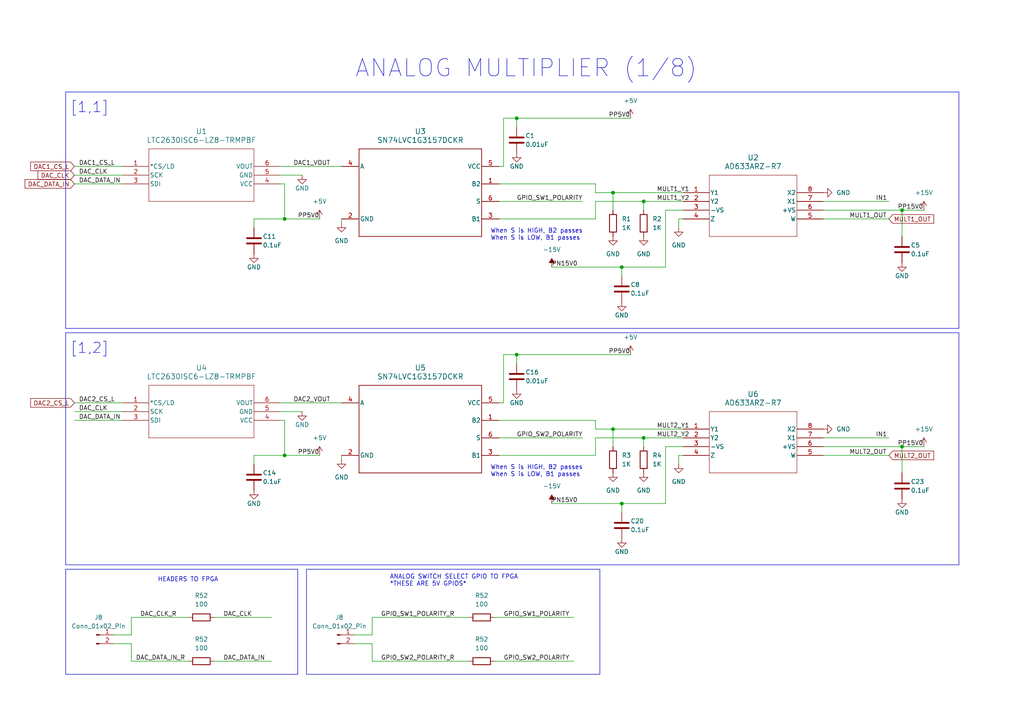
<source format=kicad_sch>
(kicad_sch (version 20230121) (generator eeschema)
  (paper "A4")
  (lib_symbols
    (symbol "AD633ARZ-R7:AD633ARZ-R7" (pin_names (offset 0.254))
      (property "Reference" "U" (at 20.32 10.16 0))
      (property "Value" "AD633ARZ-R7" (at 20.32 7.62 0))
      (symbol "AD633ARZ-R7_0_1"
        (polyline (pts (xy 7.62 -12.7) (xy 33.02 -12.7)) (stroke (width 0.127)))
        (polyline (pts (xy 7.62 5.08) (xy 7.62 -12.7)) (stroke (width 0.127)))
        (polyline (pts (xy 33.02 -12.7) (xy 33.02 5.08)) (stroke (width 0.127)))
        (polyline (pts (xy 33.02 5.08) (xy 7.62 5.08)) (stroke (width 0.127)))
        (pin unspecified line (at 0 0 0) (length 7.62) (name "Y1") (number "1"))
        (pin unspecified line (at 0 -2.54 0) (length 7.62) (name "Y2") (number "2"))
        (pin power_in line (at 0 -5.08 0) (length 7.62) (name "-VS") (number "3"))
        (pin unspecified line (at 0 -7.62 0) (length 7.62) (name "Z") (number "4"))
        (pin unspecified line (at 40.64 -7.62 180) (length 7.62) (name "W") (number "5"))
        (pin power_in line (at 40.64 -5.08 180) (length 7.62) (name "+VS") (number "6"))
        (pin unspecified line (at 40.64 -2.54 180) (length 7.62) (name "X1") (number "7"))
        (pin unspecified line (at 40.64 0 180) (length 7.62) (name "X2") (number "8"))
      )
    )
    (symbol "Connector:Conn_01x02_Pin" (pin_names (offset 1.016) hide)
      (property "Reference" "J" (at 0 2.54 0))
      (property "Value" "Conn_01x02_Pin" (at 0 -5.08 0))
      (symbol "Conn_01x02_Pin_1_1"
        (polyline (pts (xy 1.27 -2.54) (xy 0.8636 -2.54)) (stroke (width 0.1524)))
        (polyline (pts (xy 1.27 0) (xy 0.8636 0)) (stroke (width 0.1524)))
        (rectangle (start 0.8636 -2.413) (end 0 -2.667) (stroke (width 0.1524)) (fill (type outline)))
        (rectangle (start 0.8636 0.127) (end 0 -0.127) (stroke (width 0.1524)) (fill (type outline)))
        (pin passive line (at 5.08 0 180) (length 3.81) (name "Pin_1") (number "1"))
        (pin passive line (at 5.08 -2.54 180) (length 3.81) (name "Pin_2") (number "2"))
      )
    )
    (symbol "Device:C" (pin_numbers hide) (pin_names (offset 0.254))
      (property "Reference" "C" (at 0.635 2.54 0))
      (property "Value" "C" (at 0.635 -2.54 0))
      (symbol "C_0_1"
        (polyline (pts (xy -2.032 -0.762) (xy 2.032 -0.762)) (stroke (width 0.508)))
        (polyline (pts (xy -2.032 0.762) (xy 2.032 0.762)) (stroke (width 0.508)))
      )
      (symbol "C_1_1"
        (pin passive line (at 0 3.81 270) (length 2.794) (name "~") (number "1"))
        (pin passive line (at 0 -3.81 90) (length 2.794) (name "~") (number "2"))
      )
    )
    (symbol "Device:R" (pin_numbers hide) (pin_names (offset 0))
      (property "Reference" "R" (at 2.032 0 90))
      (property "Value" "R" (at 0 0 90))
      (symbol "R_0_1"
        (rectangle (start -1.016 -2.54) (end 1.016 2.54) (stroke (width 0.254)))
      )
      (symbol "R_1_1"
        (pin passive line (at 0 3.81 270) (length 1.27) (name "~") (number "1"))
        (pin passive line (at 0 -3.81 90) (length 1.27) (name "~") (number "2"))
      )
    )
    (symbol "LTC2630ISC6-LZ8#TRMPBF:LTC2630ISC6-LZ8-TRMPBF" (pin_names (offset 0.254))
      (property "Reference" "U" (at 22.86 10.16 0))
      (property "Value" "LTC2630ISC6-LZ8-TRMPBF" (at 22.86 7.62 0))
      (symbol "LTC2630ISC6-LZ8-TRMPBF_0_1"
        (polyline (pts (xy 7.62 -10.16) (xy 38.1 -10.16)) (stroke (width 0.127)))
        (polyline (pts (xy 7.62 5.08) (xy 7.62 -10.16)) (stroke (width 0.127)))
        (polyline (pts (xy 38.1 -10.16) (xy 38.1 5.08)) (stroke (width 0.127)))
        (polyline (pts (xy 38.1 5.08) (xy 7.62 5.08)) (stroke (width 0.127)))
        (pin input line (at 0 0 0) (length 7.62) (name "*CS/LD") (number "1"))
        (pin input line (at 0 -2.54 0) (length 7.62) (name "SCK") (number "2"))
        (pin input line (at 0 -5.08 0) (length 7.62) (name "SDI") (number "3"))
        (pin power_in line (at 45.72 -5.08 180) (length 7.62) (name "VCC") (number "4"))
        (pin power_out line (at 45.72 -2.54 180) (length 7.62) (name "GND") (number "5"))
        (pin output line (at 45.72 0 180) (length 7.62) (name "VOUT") (number "6"))
      )
    )
    (symbol "SN74LVC1G3157DCKR:SN74LVC1G3157DCKR" (pin_names (offset 0.254))
      (property "Reference" "U" (at 0 2.54 0))
      (property "Value" "SN74LVC1G3157DCKR" (at 0 0 0))
      (symbol "SN74LVC1G3157DCKR_0_1"
        (polyline (pts (xy -17.78 -12.7) (xy 17.78 -12.7)) (stroke (width 0.2032)))
        (polyline (pts (xy -17.78 12.7) (xy -17.78 -12.7)) (stroke (width 0.2032)))
        (polyline (pts (xy 17.78 -12.7) (xy 17.78 12.7)) (stroke (width 0.2032)))
        (polyline (pts (xy 17.78 12.7) (xy -17.78 12.7)) (stroke (width 0.2032)))
        (pin input line (at -22.86 2.54 0) (length 5.08) (name "B2") (number "1"))
        (pin power_in line (at 22.86 -7.62 180) (length 5.08) (name "GND") (number "2"))
        (pin input line (at -22.86 -7.62 0) (length 5.08) (name "B1") (number "3"))
        (pin output line (at 22.86 7.62 180) (length 5.08) (name "A") (number "4"))
        (pin power_in line (at -22.86 7.62 0) (length 5.08) (name "VCC") (number "5"))
        (pin input line (at -22.86 -2.54 0) (length 5.08) (name "S") (number "6"))
      )
    )
    (symbol "power:+15V" (power) (pin_names (offset 0))
      (property "Value" "+15V" (at 0 3.556 0))
      (symbol "+15V_0_1"
        (polyline (pts (xy -0.762 1.27) (xy 0 2.54)))
        (polyline (pts (xy 0 0) (xy 0 2.54)))
        (polyline (pts (xy 0 2.54) (xy 0.762 1.27)))
      )
      (symbol "+15V_1_1"
        (pin power_in line (at 0 0 90) (length 0) hide (name "+15V") (number "1"))
      )
    )
    (symbol "power:+5V" (power) (pin_names (offset 0))
      (property "Value" "+5V" (at 0 3.556 0))
      (symbol "+5V_0_1"
        (polyline (pts (xy -0.762 1.27) (xy 0 2.54)))
        (polyline (pts (xy 0 0) (xy 0 2.54)))
        (polyline (pts (xy 0 2.54) (xy 0.762 1.27)))
      )
      (symbol "+5V_1_1"
        (pin power_in line (at 0 0 90) (length 0) hide (name "+5V") (number "1"))
      )
    )
    (symbol "power:-15V" (power) (pin_names (offset 0))
      (property "Value" "-15V" (at 0 3.81 0))
      (symbol "-15V_0_0"
        (pin power_in line (at 0 0 90) (length 0) hide (name "-15V") (number "1"))
      )
      (symbol "-15V_0_1"
        (polyline (pts (xy 0 0) (xy 0 1.27) (xy 0.762 1.27) (xy 0 2.54) (xy -0.762 1.27) (xy 0 1.27)) (fill (type outline)))
      )
    )
    (symbol "power:GND" (power) (pin_names (offset 0))
      (property "Value" "GND" (at 0 -3.81 0))
      (symbol "GND_0_1"
        (polyline (pts (xy 0 0) (xy 0 -1.27) (xy 1.27 -1.27) (xy 0 -2.54) (xy -1.27 -1.27) (xy 0 -1.27)))
      )
      (symbol "GND_1_1"
        (pin power_in line (at 0 0 270) (length 0) hide (name "GND") (number "1"))
      )
    )
  )
  (junction (at 186.69 127))
  (junction (at 186.69 58.42))
  (junction (at 149.86 34.29))
  (junction (at 261.62 60.96))
  (junction (at 180.34 77.47))
  (junction (at 82.55 132.08))
  (junction (at 177.8 55.88))
  (junction (at 82.55 63.5))
  (junction (at 149.86 102.87))
  (junction (at 177.8 124.46))
  (junction (at 180.34 146.05))
  (junction (at 261.62 129.54))
  (wire (pts (xy 102.87 186.69) (xy 107.95 186.69)))
  (wire (pts (xy 180.34 77.47) (xy 180.34 80.01)))
  (wire (pts (xy 172.72 58.42) (xy 186.69 58.42)))
  (wire (pts (xy 73.66 63.5) (xy 82.55 63.5)))
  (wire (pts (xy 146.05 102.87) (xy 149.86 102.87)))
  (wire (pts (xy 107.95 184.15) (xy 107.95 179.07)))
  (wire (pts (xy 238.76 58.42) (xy 257.81 58.42)))
  (wire (pts (xy 21.59 48.26) (xy 35.56 48.26)))
  (wire (pts (xy 102.87 184.15) (xy 107.95 184.15)))
  (wire (pts (xy 81.28 116.84) (xy 99.06 116.84)))
  (wire (pts (xy 82.55 121.92) (xy 81.28 121.92)))
  (wire (pts (xy 177.8 124.46) (xy 177.8 129.54)))
  (wire (pts (xy 172.72 121.92) (xy 172.72 124.46)))
  (wire (pts (xy 160.02 146.05) (xy 180.34 146.05)))
  (wire (pts (xy 144.78 127) (xy 168.91 127)))
  (wire (pts (xy 198.12 129.54) (xy 193.04 129.54)))
  (wire (pts (xy 196.85 63.5) (xy 198.12 63.5)))
  (wire (pts (xy 82.55 53.34) (xy 82.55 63.5)))
  (wire (pts (xy 149.86 102.87) (xy 149.86 105.41)))
  (wire (pts (xy 107.95 179.07) (xy 135.89 179.07)))
  (wire (pts (xy 186.69 127) (xy 198.12 127)))
  (wire (pts (xy 196.85 66.04) (xy 196.85 63.5)))
  (wire (pts (xy 193.04 60.96) (xy 193.04 77.47)))
  (wire (pts (xy 261.62 129.54) (xy 267.97 129.54)))
  (wire (pts (xy 261.62 60.96) (xy 267.97 60.96)))
  (wire (pts (xy 172.72 132.08) (xy 172.72 127)))
  (wire (pts (xy 81.28 48.26) (xy 99.06 48.26)))
  (wire (pts (xy 177.8 55.88) (xy 177.8 60.96)))
  (wire (pts (xy 73.66 132.08) (xy 82.55 132.08)))
  (wire (pts (xy 172.72 55.88) (xy 177.8 55.88)))
  (wire (pts (xy 62.23 179.07) (xy 78.74 179.07)))
  (wire (pts (xy 149.86 102.87) (xy 182.88 102.87)))
  (wire (pts (xy 81.28 50.8) (xy 87.63 50.8)))
  (wire (pts (xy 38.1 184.15) (xy 38.1 179.07)))
  (wire (pts (xy 146.05 116.84) (xy 144.78 116.84)))
  (wire (pts (xy 99.06 64.77) (xy 99.06 63.5)))
  (wire (pts (xy 143.51 191.77) (xy 166.37 191.77)))
  (wire (pts (xy 180.34 77.47) (xy 193.04 77.47)))
  (wire (pts (xy 33.02 186.69) (xy 38.1 186.69)))
  (wire (pts (xy 144.78 121.92) (xy 172.72 121.92)))
  (wire (pts (xy 172.72 124.46) (xy 177.8 124.46)))
  (wire (pts (xy 144.78 58.42) (xy 168.91 58.42)))
  (wire (pts (xy 143.51 179.07) (xy 166.37 179.07)))
  (wire (pts (xy 146.05 34.29) (xy 146.05 48.26)))
  (wire (pts (xy 193.04 129.54) (xy 193.04 146.05)))
  (wire (pts (xy 146.05 102.87) (xy 146.05 116.84)))
  (wire (pts (xy 238.76 60.96) (xy 261.62 60.96)))
  (wire (pts (xy 180.34 146.05) (xy 193.04 146.05)))
  (wire (pts (xy 73.66 63.5) (xy 73.66 66.04)))
  (wire (pts (xy 198.12 60.96) (xy 193.04 60.96)))
  (wire (pts (xy 149.86 34.29) (xy 182.88 34.29)))
  (wire (pts (xy 238.76 127) (xy 257.81 127)))
  (wire (pts (xy 82.55 132.08) (xy 92.71 132.08)))
  (wire (pts (xy 21.59 121.92) (xy 35.56 121.92)))
  (wire (pts (xy 33.02 184.15) (xy 38.1 184.15)))
  (wire (pts (xy 146.05 34.29) (xy 149.86 34.29)))
  (wire (pts (xy 144.78 53.34) (xy 172.72 53.34)))
  (wire (pts (xy 144.78 63.5) (xy 172.72 63.5)))
  (wire (pts (xy 238.76 63.5) (xy 257.81 63.5)))
  (wire (pts (xy 172.72 127) (xy 186.69 127)))
  (wire (pts (xy 160.02 77.47) (xy 180.34 77.47)))
  (wire (pts (xy 146.05 48.26) (xy 144.78 48.26)))
  (wire (pts (xy 107.95 191.77) (xy 135.89 191.77)))
  (wire (pts (xy 82.55 53.34) (xy 81.28 53.34)))
  (wire (pts (xy 21.59 116.84) (xy 35.56 116.84)))
  (wire (pts (xy 172.72 53.34) (xy 172.72 55.88)))
  (wire (pts (xy 144.78 132.08) (xy 172.72 132.08)))
  (wire (pts (xy 261.62 129.54) (xy 261.62 137.16)))
  (wire (pts (xy 38.1 191.77) (xy 54.61 191.77)))
  (wire (pts (xy 99.06 133.35) (xy 99.06 132.08)))
  (wire (pts (xy 238.76 129.54) (xy 261.62 129.54)))
  (wire (pts (xy 73.66 132.08) (xy 73.66 134.62)))
  (wire (pts (xy 82.55 63.5) (xy 92.71 63.5)))
  (wire (pts (xy 21.59 50.8) (xy 35.56 50.8)))
  (wire (pts (xy 261.62 60.96) (xy 261.62 68.58)))
  (wire (pts (xy 82.55 121.92) (xy 82.55 132.08)))
  (wire (pts (xy 21.59 53.34) (xy 35.56 53.34)))
  (wire (pts (xy 107.95 186.69) (xy 107.95 191.77)))
  (wire (pts (xy 81.28 119.38) (xy 87.63 119.38)))
  (wire (pts (xy 149.86 34.29) (xy 149.86 36.83)))
  (wire (pts (xy 186.69 127) (xy 186.69 129.54)))
  (wire (pts (xy 21.59 119.38) (xy 35.56 119.38)))
  (wire (pts (xy 62.23 191.77) (xy 78.74 191.77)))
  (wire (pts (xy 177.8 124.46) (xy 198.12 124.46)))
  (wire (pts (xy 38.1 186.69) (xy 38.1 191.77)))
  (wire (pts (xy 238.76 132.08) (xy 257.81 132.08)))
  (wire (pts (xy 186.69 58.42) (xy 186.69 60.96)))
  (wire (pts (xy 186.69 58.42) (xy 198.12 58.42)))
  (wire (pts (xy 196.85 134.62) (xy 196.85 132.08)))
  (wire (pts (xy 180.34 146.05) (xy 180.34 148.59)))
  (wire (pts (xy 38.1 179.07) (xy 54.61 179.07)))
  (wire (pts (xy 172.72 63.5) (xy 172.72 58.42)))
  (wire (pts (xy 196.85 132.08) (xy 198.12 132.08)))
  (wire (pts (xy 177.8 55.88) (xy 198.12 55.88)))
  (rectangle (start 19.05 165.1) (end 86.36 195.58))
  (rectangle (start 88.9 165.1) (end 173.99 195.58))
  (rectangle (start 19.05 26.67) (end 278.13 95.25))
  (rectangle (start 19.05 96.52) (end 278.13 163.83))
  (text "When S is HIGH, B2 passes\nWhen S is LOW, B1 passes" (at 142.24 138.43 0) (effects (font (size 1.27 1.27)) (justify left bottom)))
  (text "[1,1]" (at 20.32 33.02 0) (effects (font (size 3 3)) (justify left bottom)))
  (text "[1,2]" (at 20.32 102.87 0) (effects (font (size 3 3)) (justify left bottom)))
  (text "When S is HIGH, B2 passes\nWhen S is LOW, B1 passes" (at 142.24 69.85 0) (effects (font (size 1.27 1.27)) (justify left bottom)))
  (text "HEADERS TO FPGA" (at 45.72 168.91 0) (effects (font (size 1.27 1.27)) (justify left bottom)))
  (text "ANALOG MULTIPLIER (1/8)" (at 102.87 22.86 0) (effects (font (size 5 5)) (justify left bottom)))
  (text "ANALOG SWITCH SELECT GPIO TO FPGA\n*THESE ARE 5V GPIOS*" (at 113.03 170.18 0) (effects (font (size 1.27 1.27)) (justify left bottom)))
  (label "DAC_DATA_IN_R" (at 39.37 191.77 0))
  (label "MULT1_OUT" (at 246.38 63.5 0))
  (label "IN1" (at 254 127 0))
  (label "DAC_DATA_IN" (at 22.86 53.34 0))
  (label "MULT1_Y2" (at 190.5 58.42 0))
  (label "GPIO_SW2_POLARITY" (at 149.86 127 0))
  (label "DAC2_VOUT" (at 85.09 116.84 0))
  (label "GPIO_SW2_POLARITY" (at 146.05 191.77 0))
  (label "MULT2_Y2" (at 190.5 127 0))
  (label "PP5V0" (at 86.36 63.5 0))
  (label "DAC_DATA_IN" (at 64.77 191.77 0))
  (label "DAC_CLK_R" (at 40.64 179.07 0))
  (label "MULT2_Y1" (at 190.5 124.46 0))
  (label "GPIO_SW1_POLARITY_R" (at 110.49 179.07 0))
  (label "DAC1_CS_L" (at 22.86 48.26 0))
  (label "MULT1_Y1" (at 190.5 55.88 0))
  (label "IN1" (at 254 58.42 0))
  (label "GPIO_SW2_POLARITY_R" (at 110.49 191.77 0))
  (label "DAC2_CS_L" (at 22.86 116.84 0))
  (label "PN15V0" (at 160.02 77.47 0))
  (label "DAC1_VOUT" (at 85.09 48.26 0))
  (label "DAC_CLK" (at 64.77 179.07 0))
  (label "GPIO_SW1_POLARITY" (at 146.05 179.07 0))
  (label "PP5V0" (at 176.53 34.29 0))
  (label "GPIO_SW1_POLARITY" (at 149.86 58.42 0))
  (label "DAC_CLK" (at 22.86 50.8 0))
  (label "PP15V0" (at 260.35 60.96 0))
  (label "PN15V0" (at 160.02 146.05 0))
  (label "PP15V0" (at 260.35 129.54 0))
  (label "PP5V0" (at 176.53 102.87 0))
  (label "PP5V0" (at 86.36 132.08 0))
  (label "DAC_DATA_IN" (at 22.86 121.92 0))
  (label "MULT2_OUT" (at 246.38 132.08 0))
  (label "DAC_CLK" (at 22.86 119.38 0))
  (global_label "DAC_CLK" (shape input) (at 21.59 50.8 180) (property "Intersheetrefs" "${INTERSHEET_REFS}" (effects hide)))
  (global_label "DAC_DATA_IN" (shape input) (at 21.59 53.34 180) (property "Intersheetrefs" "${INTERSHEET_REFS}" (effects hide)))
  (global_label "MULT1_OUT" (shape input) (at 257.81 63.5 0) (property "Intersheetrefs" "${INTERSHEET_REFS}" (effects hide)))
  (global_label "DAC2_CS_L" (shape input) (at 21.59 116.84 180) (property "Intersheetrefs" "${INTERSHEET_REFS}" (effects hide)))
  (global_label "DAC1_CS_L" (shape input) (at 21.59 48.26 180) (property "Intersheetrefs" "${INTERSHEET_REFS}" (effects hide)))
  (global_label "MULT2_OUT" (shape input) (at 257.81 132.08 0) (property "Intersheetrefs" "${INTERSHEET_REFS}" (effects hide)))
  (symbol (lib_id "power:GND") (at 180.34 87.63 0) (unit 1)
    (property "Reference" "#PWR014" (effects hide))
    (property "Value" "GND" (at 180.34 91.44 0))
    (instances (project "fydp" (path "" (reference "#PWR014") (unit 1)) (path "" (reference "#PWR057") (unit 1)) (path "" (reference "#PWR093") (unit 1)) (path "" (reference "#PWR0165") (unit 1))))
  )
  (symbol (lib_id "power:+15V") (at 267.97 129.54 0) (unit 1)
    (property "Reference" "#PWR016" (effects hide))
    (property "Value" "+15V" (at 267.97 124.46 0))
    (instances (project "fydp" (path "" (reference "#PWR016") (unit 1)) (path "" (reference "#PWR067") (unit 1))))
  )
  (symbol (lib_id "Connector:Conn_01x02_Pin") (at 27.94 184.15 0) (unit 1)
    (property "Reference" "J8" (at 28.575 179.07 0))
    (property "Value" "Conn_01x02_Pin" (at 28.575 181.61 0))
    (property "Footprint" "Connector_PinHeader_2.54mm:PinHeader_1x02_P2.54mm_Vertical" (effects hide))
    (instances (project "fydp" (path "" (reference "J8") (unit 1)) (path "" (reference "J9") (unit 1))))
  )
  (symbol (lib_id "power:GND") (at 87.63 50.8 0) (unit 1)
    (property "Reference" "#PWR01" (effects hide))
    (property "Value" "GND" (at 87.63 54.61 0))
    (instances (project "fydp" (path "" (reference "#PWR01") (unit 1)) (path "" (reference "#PWR043") (unit 1)) (path "" (reference "#PWR079") (unit 1)) (path "" (reference "#PWR0151") (unit 1))))
  )
  (symbol (lib_id "power:GND") (at 87.63 119.38 0) (unit 1)
    (property "Reference" "#PWR022" (effects hide))
    (property "Value" "GND" (at 87.63 123.19 0))
    (instances (project "fydp" (path "" (reference "#PWR022") (unit 1)) (path "" (reference "#PWR044") (unit 1)) (path "" (reference "#PWR080") (unit 1)) (path "" (reference "#PWR0152") (unit 1))))
  )
  (symbol (lib_id "power:+15V") (at 267.97 60.96 0) (unit 1)
    (property "Reference" "#PWR016" (effects hide))
    (property "Value" "+15V" (at 267.97 55.88 0))
    (instances (project "fydp" (path "" (reference "#PWR016") (unit 1)) (path "" (reference "#PWR061") (unit 1))))
  )
  (symbol (lib_id "power:+5V") (at 182.88 34.29 0) (unit 1)
    (property "Reference" "#PWR021" (effects hide))
    (property "Value" "+5V" (at 182.88 29.21 0))
    (instances (project "fydp" (path "" (reference "#PWR021") (unit 1)) (path "" (reference "#PWR052") (unit 1))))
  )
  (symbol (lib_id "power:GND") (at 99.06 133.35 0) (unit 1)
    (property "Reference" "#PWR023" (effects hide))
    (property "Value" "GND" (at 99.06 138.43 0))
    (instances (project "fydp" (path "" (reference "#PWR023") (unit 1)) (path "" (reference "#PWR046") (unit 1)) (path "" (reference "#PWR082") (unit 1)) (path "" (reference "#PWR0154") (unit 1))))
  )
  (symbol (lib_id "power:GND") (at 238.76 124.46 90) (unit 1)
    (property "Reference" "#PWR033" (effects hide))
    (property "Value" "GND" (at 242.57 124.46 90) (effects (justify right)))
    (instances (project "fydp" (path "" (reference "#PWR033") (unit 1)) (path "" (reference "#PWR066") (unit 1)) (path "" (reference "#PWR0102") (unit 1)) (path "" (reference "#PWR0174") (unit 1))))
  )
  (symbol (lib_id "Device:C") (at 73.66 138.43 0) (unit 1)
    (property "Reference" "C14" (at 76.2 137.16 0) (effects (justify left)))
    (property "Value" "0.1uF" (at 76.2 139.7 0) (effects (justify left)))
    (property "Footprint" "Capacitor_SMD:C_0805_2012Metric" (effects hide))
    (instances (project "fydp" (path "" (reference "C14") (unit 1)) (path "" (reference "C28") (unit 1)) (path "" (reference "C52") (unit 1)) (path "" (reference "C100") (unit 1))))
  )
  (symbol (lib_id "power:GND") (at 186.69 137.16 0) (unit 1)
    (property "Reference" "#PWR030" (effects hide))
    (property "Value" "GND" (at 186.69 142.24 0))
    (instances (project "fydp" (path "" (reference "#PWR030") (unit 1)) (path "" (reference "#PWR060") (unit 1)) (path "" (reference "#PWR096") (unit 1)) (path "" (reference "#PWR0168") (unit 1))))
  )
  (symbol (lib_id "power:GND") (at 73.66 73.66 0) (unit 1)
    (property "Reference" "#PWR017" (effects hide))
    (property "Value" "GND" (at 73.66 77.47 0))
    (instances (project "fydp" (path "" (reference "#PWR017") (unit 1)) (path "" (reference "#PWR039") (unit 1)) (path "" (reference "#PWR075") (unit 1)) (path "" (reference "#PWR0147") (unit 1))))
  )
  (symbol (lib_id "power:GND") (at 261.62 144.78 0) (unit 1)
    (property "Reference" "#PWR035" (effects hide))
    (property "Value" "GND" (at 261.62 148.59 0))
    (instances (project "fydp" (path "" (reference "#PWR035") (unit 1)) (path "" (reference "#PWR070") (unit 1)) (path "" (reference "#PWR0106") (unit 1)) (path "" (reference "#PWR0178") (unit 1))))
  )
  (symbol (lib_id "Device:R") (at 58.42 179.07 270) (unit 1)
    (property "Reference" "R52" (at 58.42 172.72 90))
    (property "Value" "100" (at 58.42 175.26 90))
    (property "Footprint" "Resistor_SMD:R_0805_2012Metric" (effects hide))
    (instances (project "fydp" (path "" (reference "R52") (unit 1)) (path "" (reference "R77") (unit 1)) (path "" (reference "R79") (unit 1))))
  )
  (symbol (lib_id "power:GND") (at 73.66 142.24 0) (unit 1)
    (property "Reference" "#PWR020" (effects hide))
    (property "Value" "GND" (at 73.66 146.05 0))
    (instances (project "fydp" (path "" (reference "#PWR020") (unit 1)) (path "" (reference "#PWR040") (unit 1)) (path "" (reference "#PWR076") (unit 1)) (path "" (reference "#PWR0148") (unit 1))))
  )
  (symbol (lib_id "power:GND") (at 177.8 68.58 0) (unit 1)
    (property "Reference" "#PWR04" (effects hide))
    (property "Value" "GND" (at 177.8 73.66 0))
    (instances (project "fydp" (path "" (reference "#PWR04") (unit 1)) (path "" (reference "#PWR055") (unit 1)) (path "" (reference "#PWR091") (unit 1)) (path "" (reference "#PWR0163") (unit 1))))
  )
  (symbol (lib_id "power:GND") (at 177.8 137.16 0) (unit 1)
    (property "Reference" "#PWR028" (effects hide))
    (property "Value" "GND" (at 177.8 142.24 0))
    (instances (project "fydp" (path "" (reference "#PWR028") (unit 1)) (path "" (reference "#PWR056") (unit 1)) (path "" (reference "#PWR092") (unit 1)) (path "" (reference "#PWR0164") (unit 1))))
  )
  (symbol (lib_id "power:+5V") (at 182.88 102.87 0) (unit 1)
    (property "Reference" "#PWR021" (effects hide))
    (property "Value" "+5V" (at 182.88 97.79 0))
    (instances (project "fydp" (path "" (reference "#PWR021") (unit 1)) (path "" (reference "#PWR053") (unit 1))))
  )
  (symbol (lib_id "Device:C") (at 149.86 40.64 0) (unit 1)
    (property "Reference" "C1" (at 152.4 39.37 0) (effects (justify left)))
    (property "Value" "0.01uF" (at 152.4 41.91 0) (effects (justify left)))
    (property "Footprint" "Capacitor_SMD:C_0805_2012Metric" (effects hide))
    (instances (project "fydp" (path "" (reference "C1") (unit 1)) (path "" (reference "C31") (unit 1)) (path "" (reference "C55") (unit 1)) (path "" (reference "C103") (unit 1))))
  )
  (symbol (lib_id "Device:C") (at 261.62 72.39 0) (unit 1)
    (property "Reference" "C5" (at 264.16 71.12 0) (effects (justify left)))
    (property "Value" "0.1uF" (at 264.16 73.66 0) (effects (justify left)))
    (property "Footprint" "Capacitor_SMD:C_0805_2012Metric" (effects hide))
    (instances (project "fydp" (path "" (reference "C5") (unit 1)) (path "" (reference "C45") (unit 1)) (path "" (reference "C69") (unit 1)) (path "" (reference "C117") (unit 1))))
  )
  (symbol (lib_id "Device:R") (at 139.7 191.77 270) (unit 1)
    (property "Reference" "R52" (at 139.7 185.42 90))
    (property "Value" "100" (at 139.7 187.96 90))
    (property "Footprint" "Resistor_SMD:R_0805_2012Metric" (effects hide))
    (instances (project "fydp" (path "" (reference "R52") (unit 1)) (path "" (reference "R78") (unit 1)) (path "" (reference "R82") (unit 1))))
  )
  (symbol (lib_id "Connector:Conn_01x02_Pin") (at 97.79 184.15 0) (unit 1)
    (property "Reference" "J8" (at 98.425 179.07 0))
    (property "Value" "Conn_01x02_Pin" (at 98.425 181.61 0))
    (property "Footprint" "Connector_PinHeader_2.54mm:PinHeader_1x02_P2.54mm_Vertical" (effects hide))
    (instances (project "fydp" (path "" (reference "J8") (unit 1)) (path "" (reference "J10") (unit 1))))
  )
  (symbol (lib_id "Device:R") (at 58.42 191.77 270) (unit 1)
    (property "Reference" "R52" (at 58.42 185.42 90))
    (property "Value" "100" (at 58.42 187.96 90))
    (property "Footprint" "Resistor_SMD:R_0805_2012Metric" (effects hide))
    (instances (project "fydp" (path "" (reference "R52") (unit 1)) (path "" (reference "R78") (unit 1)) (path "" (reference "R80") (unit 1))))
  )
  (symbol (lib_id "power:GND") (at 99.06 64.77 0) (unit 1)
    (property "Reference" "#PWR02" (effects hide))
    (property "Value" "GND" (at 99.06 69.85 0))
    (instances (project "fydp" (path "" (reference "#PWR02") (unit 1)) (path "" (reference "#PWR045") (unit 1)) (path "" (reference "#PWR081") (unit 1)) (path "" (reference "#PWR0153") (unit 1))))
  )
  (symbol (lib_id "Device:C") (at 180.34 83.82 0) (unit 1)
    (property "Reference" "C8" (at 182.88 82.55 0) (effects (justify left)))
    (property "Value" "0.1uF" (at 182.88 85.09 0) (effects (justify left)))
    (property "Footprint" "Capacitor_SMD:C_0805_2012Metric" (effects hide))
    (instances (project "fydp" (path "" (reference "C8") (unit 1)) (path "" (reference "C39") (unit 1)) (path "" (reference "C63") (unit 1)) (path "" (reference "C111") (unit 1))))
  )
  (symbol (lib_id "Device:C") (at 149.86 109.22 0) (unit 1)
    (property "Reference" "C16" (at 152.4 107.95 0) (effects (justify left)))
    (property "Value" "0.01uF" (at 152.4 110.49 0) (effects (justify left)))
    (property "Footprint" "Capacitor_SMD:C_0805_2012Metric" (effects hide))
    (instances (project "fydp" (path "" (reference "C16") (unit 1)) (path "" (reference "C32") (unit 1)) (path "" (reference "C56") (unit 1)) (path "" (reference "C104") (unit 1))))
  )
  (symbol (lib_id "power:GND") (at 186.69 68.58 0) (unit 1)
    (property "Reference" "#PWR05" (effects hide))
    (property "Value" "GND" (at 186.69 73.66 0))
    (instances (project "fydp" (path "" (reference "#PWR05") (unit 1)) (path "" (reference "#PWR059") (unit 1)) (path "" (reference "#PWR095") (unit 1)) (path "" (reference "#PWR0167") (unit 1))))
  )
  (symbol (lib_id "Device:R") (at 139.7 179.07 270) (unit 1)
    (property "Reference" "R52" (at 139.7 172.72 90))
    (property "Value" "100" (at 139.7 175.26 90))
    (property "Footprint" "Resistor_SMD:R_0805_2012Metric" (effects hide))
    (instances (project "fydp" (path "" (reference "R52") (unit 1)) (path "" (reference "R77") (unit 1)) (path "" (reference "R81") (unit 1))))
  )
  (symbol (lib_id "Device:R") (at 177.8 64.77 0) (unit 1)
    (property "Reference" "R1" (at 180.34 63.5 0) (effects (justify left)))
    (property "Value" "1K" (at 180.34 66.04 0) (effects (justify left)))
    (property "Footprint" "Resistor_SMD:R_0805_2012Metric" (effects hide))
    (instances (project "fydp" (path "" (reference "R1") (unit 1)) (path "" (reference "R5") (unit 1)) (path "" (reference "R9") (unit 1)) (path "" (reference "R17") (unit 1))))
  )
  (symbol (lib_id "power:GND") (at 149.86 113.03 0) (unit 1)
    (property "Reference" "#PWR024" (effects hide))
    (property "Value" "GND" (at 149.86 116.84 0))
    (instances (project "fydp" (path "" (reference "#PWR024") (unit 1)) (path "" (reference "#PWR048") (unit 1)) (path "" (reference "#PWR084") (unit 1)) (path "" (reference "#PWR0156") (unit 1))))
  )
  (symbol (lib_id "power:GND") (at 196.85 66.04 0) (unit 1)
    (property "Reference" "#PWR03" (effects hide))
    (property "Value" "GND" (at 196.85 71.12 0))
    (instances (project "fydp" (path "" (reference "#PWR03") (unit 1)) (path "" (reference "#PWR063") (unit 1)) (path "" (reference "#PWR099") (unit 1)) (path "" (reference "#PWR0171") (unit 1))))
  )
  (symbol (lib_id "power:GND") (at 238.76 55.88 90) (unit 1)
    (property "Reference" "#PWR06" (effects hide))
    (property "Value" "GND" (at 242.57 55.88 90) (effects (justify right)))
    (instances (project "fydp" (path "" (reference "#PWR06") (unit 1)) (path "" (reference "#PWR065") (unit 1)) (path "" (reference "#PWR0101") (unit 1)) (path "" (reference "#PWR0173") (unit 1))))
  )
  (symbol (lib_id "power:GND") (at 261.62 76.2 0) (unit 1)
    (property "Reference" "#PWR010" (effects hide))
    (property "Value" "GND" (at 261.62 80.01 0))
    (instances (project "fydp" (path "" (reference "#PWR010") (unit 1)) (path "" (reference "#PWR057") (unit 1)) (path "" (reference "#PWR093") (unit 1)) (path "" (reference "#PWR0165") (unit 1))))
  )
  (symbol (lib_id "Device:C") (at 73.66 69.85 0) (unit 1)
    (property "Reference" "C11" (at 76.2 68.58 0) (effects (justify left)))
    (property "Value" "0.1uF" (at 76.2 71.12 0) (effects (justify left)))
    (property "Footprint" "Capacitor_SMD:C_0805_2012Metric" (effects hide))
    (instances (project "fydp" (path "" (reference "C11") (unit 1)) (path "" (reference "C27") (unit 1)) (path "" (reference "C51") (unit 1)) (path "" (reference "C99") (unit 1))))
  )
  (symbol (lib_id "LTC2630ISC6-LZ8#TRMPBF:LTC2630ISC6-LZ8-TRMPBF") (at 35.56 48.26 0) (unit 1)
    (property "Reference" "U1" (at 58.42 38.1 0) (effects (font (size 1.524 1.524))))
    (property "Value" "LTC2630ISC6-LZ8-TRMPBF" (at 58.42 40.64 0) (effects (font (size 1.524 1.524))))
    (property "Footprint" "Package_TO_SOT_SMD:SOT-363_SC-70-6_Handsoldering" (effects hide))
    (property "Datasheet" "LTC2630ISC6-LZ8-TRMPBF" (effects hide))
    (instances (project "fydp" (path "" (reference "U1") (unit 1)) (path "" (reference "U7") (unit 1)) (path "" (reference "U13") (unit 1)) (path "" (reference "U25") (unit 1))))
  )
  (symbol (lib_id "AD633ARZ-R7:AD633ARZ-R7") (at 198.12 124.46 0) (unit 1)
    (property "Reference" "U6" (at 218.44 114.3 0) (effects (font (size 1.524 1.524))))
    (property "Value" "AD633ARZ-R7" (at 218.44 116.84 0) (effects (font (size 1.524 1.524))))
    (property "Footprint" "fydp:R_8_ADI" (effects hide))
    (property "Datasheet" "AD633ARZ-R7" (effects hide))
    (instances (project "fydp" (path "" (reference "U6") (unit 1)) (path "" (reference "U12") (unit 1)) (path "" (reference "U18") (unit 1)) (path "" (reference "U30") (unit 1))))
  )
  (symbol (lib_id "Device:C") (at 180.34 152.4 0) (unit 1)
    (property "Reference" "C20" (at 182.88 151.13 0) (effects (justify left)))
    (property "Value" "0.1uF" (at 182.88 153.67 0) (effects (justify left)))
    (property "Footprint" "Capacitor_SMD:C_0805_2012Metric" (effects hide))
    (instances (project "fydp" (path "" (reference "C20") (unit 1)) (path "" (reference "C40") (unit 1)) (path "" (reference "C64") (unit 1)) (path "" (reference "C112") (unit 1))))
  )
  (symbol (lib_id "LTC2630ISC6-LZ8#TRMPBF:LTC2630ISC6-LZ8-TRMPBF") (at 35.56 116.84 0) (unit 1)
    (property "Reference" "U4" (at 58.42 106.68 0) (effects (font (size 1.524 1.524))))
    (property "Value" "LTC2630ISC6-LZ8-TRMPBF" (at 58.42 109.22 0) (effects (font (size 1.524 1.524))))
    (property "Footprint" "Package_TO_SOT_SMD:SOT-363_SC-70-6_Handsoldering" (effects hide))
    (property "Datasheet" "LTC2630ISC6-LZ8-TRMPBF" (effects hide))
    (instances (project "fydp" (path "" (reference "U4") (unit 1)) (path "" (reference "U8") (unit 1)) (path "" (reference "U14") (unit 1)) (path "" (reference "U26") (unit 1))))
  )
  (symbol (lib_id "power:-15V") (at 160.02 146.05 0) (unit 1)
    (property "Reference" "#PWR018" (effects hide))
    (property "Value" "-15V" (at 160.02 140.97 0))
    (instances (project "fydp" (path "" (reference "#PWR018") (unit 1)) (path "" (reference "#PWR068") (unit 1))))
  )
  (symbol (lib_id "Device:R") (at 186.69 64.77 0) (unit 1)
    (property "Reference" "R2" (at 189.23 63.5 0) (effects (justify left)))
    (property "Value" "1K" (at 189.23 66.04 0) (effects (justify left)))
    (property "Footprint" "Resistor_SMD:R_0805_2012Metric" (effects hide))
    (instances (project "fydp" (path "" (reference "R2") (unit 1)) (path "" (reference "R7") (unit 1)) (path "" (reference "R11") (unit 1)) (path "" (reference "R19") (unit 1))))
  )
  (symbol (lib_id "power:-15V") (at 160.02 77.47 0) (unit 1)
    (property "Reference" "#PWR018" (effects hide))
    (property "Value" "-15V" (at 160.02 72.39 0))
    (instances (project "fydp" (path "" (reference "#PWR018") (unit 1)) (path "" (reference "#PWR062") (unit 1))))
  )
  (symbol (lib_id "Device:C") (at 261.62 140.97 0) (unit 1)
    (property "Reference" "C23" (at 264.16 139.7 0) (effects (justify left)))
    (property "Value" "0.1uF" (at 264.16 142.24 0) (effects (justify left)))
    (property "Footprint" "Capacitor_SMD:C_0805_2012Metric" (effects hide))
    (instances (project "fydp" (path "" (reference "C23") (unit 1)) (path "" (reference "C46") (unit 1)) (path "" (reference "C70") (unit 1)) (path "" (reference "C118") (unit 1))))
  )
  (symbol (lib_id "power:GND") (at 196.85 134.62 0) (unit 1)
    (property "Reference" "#PWR032" (effects hide))
    (property "Value" "GND" (at 196.85 139.7 0))
    (instances (project "fydp" (path "" (reference "#PWR032") (unit 1)) (path "" (reference "#PWR064") (unit 1)) (path "" (reference "#PWR0100") (unit 1)) (path "" (reference "#PWR0172") (unit 1))))
  )
  (symbol (lib_id "power:+5V") (at 92.71 63.5 0) (unit 1)
    (property "Reference" "#PWR021" (effects hide))
    (property "Value" "+5V" (at 92.71 58.42 0))
    (instances (project "fydp" (path "" (reference "#PWR021") (unit 1)) (path "" (reference "#PWR051") (unit 1))))
  )
  (symbol (lib_id "power:GND") (at 180.34 156.21 0) (unit 1)
    (property "Reference" "#PWR029" (effects hide))
    (property "Value" "GND" (at 180.34 160.02 0))
    (instances (project "fydp" (path "" (reference "#PWR029") (unit 1)) (path "" (reference "#PWR058") (unit 1)) (path "" (reference "#PWR094") (unit 1)) (path "" (reference "#PWR0166") (unit 1))))
  )
  (symbol (lib_id "SN74LVC1G3157DCKR:SN74LVC1G3157DCKR") (at 121.92 124.46 0) (mirror y) (unit 1)
    (property "Reference" "U5" (at 121.92 106.68 0) (effects (font (size 1.524 1.524))))
    (property "Value" "SN74LVC1G3157DCKR" (at 121.92 109.22 0) (effects (font (size 1.524 1.524))))
    (property "Footprint" "Package_TO_SOT_SMD:SOT-23-6_Handsoldering" (effects hide))
    (property "Datasheet" "SN74LVC1G3157DCKR" (effects hide))
    (instances (project "fydp" (path "" (reference "U5") (unit 1)) (path "" (reference "U10") (unit 1)) (path "" (reference "U16") (unit 1)) (path "" (reference "U28") (unit 1))))
  )
  (symbol (lib_id "power:GND") (at 149.86 44.45 0) (unit 1)
    (property "Reference" "#PWR07" (effects hide))
    (property "Value" "GND" (at 149.86 48.26 0))
    (instances (project "fydp" (path "" (reference "#PWR07") (unit 1)) (path "" (reference "#PWR047") (unit 1)) (path "" (reference "#PWR083") (unit 1)) (path "" (reference "#PWR0155") (unit 1))))
  )
  (symbol (lib_id "Device:R") (at 186.69 133.35 0) (unit 1)
    (property "Reference" "R4" (at 189.23 132.08 0) (effects (justify left)))
    (property "Value" "1K" (at 189.23 134.62 0) (effects (justify left)))
    (property "Footprint" "Resistor_SMD:R_0805_2012Metric" (effects hide))
    (instances (project "fydp" (path "" (reference "R4") (unit 1)) (path "" (reference "R8") (unit 1)) (path "" (reference "R12") (unit 1)) (path "" (reference "R20") (unit 1))))
  )
  (symbol (lib_id "power:+5V") (at 92.71 132.08 0) (unit 1)
    (property "Reference" "#PWR021" (effects hide))
    (property "Value" "+5V" (at 92.71 127 0))
    (instances (project "fydp" (path "" (reference "#PWR021") (unit 1)) (path "" (reference "#PWR054") (unit 1))))
  )
  (symbol (lib_id "SN74LVC1G3157DCKR:SN74LVC1G3157DCKR") (at 121.92 55.88 0) (mirror y) (unit 1)
    (property "Reference" "U3" (at 121.92 38.1 0) (effects (font (size 1.524 1.524))))
    (property "Value" "SN74LVC1G3157DCKR" (at 121.92 40.64 0) (effects (font (size 1.524 1.524))))
    (property "Footprint" "Package_TO_SOT_SMD:SOT-23-6_Handsoldering" (effects hide))
    (property "Datasheet" "SN74LVC1G3157DCKR" (effects hide))
    (instances (project "fydp" (path "" (reference "U3") (unit 1)) (path "" (reference "U9") (unit 1)) (path "" (reference "U15") (unit 1)) (path "" (reference "U27") (unit 1))))
  )
  (symbol (lib_id "Device:R") (at 177.8 133.35 0) (unit 1)
    (property "Reference" "R3" (at 180.34 132.08 0) (effects (justify left)))
    (property "Value" "1K" (at 180.34 134.62 0) (effects (justify left)))
    (property "Footprint" "Resistor_SMD:R_0805_2012Metric" (effects hide))
    (instances (project "fydp" (path "" (reference "R3") (unit 1)) (path "" (reference "R6") (unit 1)) (path "" (reference "R10") (unit 1)) (path "" (reference "R18") (unit 1))))
  )
  (symbol (lib_id "AD633ARZ-R7:AD633ARZ-R7") (at 198.12 55.88 0) (unit 1)
    (property "Reference" "U2" (at 218.44 45.72 0) (effects (font (size 1.524 1.524))))
    (property "Value" "AD633ARZ-R7" (at 218.44 48.26 0) (effects (font (size 1.524 1.524))))
    (property "Footprint" "fydp:R_8_ADI" (effects hide))
    (property "Datasheet" "AD633ARZ-R7" (effects hide))
    (instances (project "fydp" (path "" (reference "U2") (unit 1)) (path "" (reference "U11") (unit 1)) (path "" (reference "U17") (unit 1)) (path "" (reference "U29") (unit 1))))
  )
)
</source>
